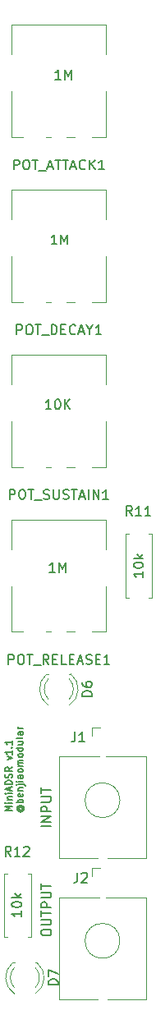
<source format=gbr>
%TF.GenerationSoftware,KiCad,Pcbnew,5.1.9+dfsg1-1~bpo10+1*%
%TF.CreationDate,2022-01-20T02:51:13+08:00*%
%TF.ProjectId,MiniADSR 1.1 - Control Board,4d696e69-4144-4535-9220-312e31202d20,rev?*%
%TF.SameCoordinates,Original*%
%TF.FileFunction,Legend,Top*%
%TF.FilePolarity,Positive*%
%FSLAX46Y46*%
G04 Gerber Fmt 4.6, Leading zero omitted, Abs format (unit mm)*
G04 Created by KiCad (PCBNEW 5.1.9+dfsg1-1~bpo10+1) date 2022-01-20 02:51:13*
%MOMM*%
%LPD*%
G01*
G04 APERTURE LIST*
%ADD10C,0.150000*%
%ADD11C,0.120000*%
G04 APERTURE END LIST*
D10*
X97453333Y-134703333D02*
X97420000Y-134736666D01*
X97386666Y-134803333D01*
X97386666Y-134870000D01*
X97420000Y-134936666D01*
X97453333Y-134970000D01*
X97520000Y-135003333D01*
X97586666Y-135003333D01*
X97653333Y-134970000D01*
X97686666Y-134936666D01*
X97720000Y-134870000D01*
X97720000Y-134803333D01*
X97686666Y-134736666D01*
X97653333Y-134703333D01*
X97386666Y-134703333D02*
X97653333Y-134703333D01*
X97686666Y-134670000D01*
X97686666Y-134636666D01*
X97653333Y-134570000D01*
X97586666Y-134536666D01*
X97420000Y-134536666D01*
X97320000Y-134603333D01*
X97253333Y-134703333D01*
X97220000Y-134836666D01*
X97253333Y-134970000D01*
X97320000Y-135070000D01*
X97420000Y-135136666D01*
X97553333Y-135170000D01*
X97686666Y-135136666D01*
X97786666Y-135070000D01*
X97853333Y-134970000D01*
X97886666Y-134836666D01*
X97853333Y-134703333D01*
X97786666Y-134603333D01*
X97786666Y-134236666D02*
X97086666Y-134236666D01*
X97353333Y-134236666D02*
X97320000Y-134170000D01*
X97320000Y-134036666D01*
X97353333Y-133970000D01*
X97386666Y-133936666D01*
X97453333Y-133903333D01*
X97653333Y-133903333D01*
X97720000Y-133936666D01*
X97753333Y-133970000D01*
X97786666Y-134036666D01*
X97786666Y-134170000D01*
X97753333Y-134236666D01*
X97753333Y-133336666D02*
X97786666Y-133403333D01*
X97786666Y-133536666D01*
X97753333Y-133603333D01*
X97686666Y-133636666D01*
X97420000Y-133636666D01*
X97353333Y-133603333D01*
X97320000Y-133536666D01*
X97320000Y-133403333D01*
X97353333Y-133336666D01*
X97420000Y-133303333D01*
X97486666Y-133303333D01*
X97553333Y-133636666D01*
X97320000Y-133003333D02*
X97786666Y-133003333D01*
X97386666Y-133003333D02*
X97353333Y-132970000D01*
X97320000Y-132903333D01*
X97320000Y-132803333D01*
X97353333Y-132736666D01*
X97420000Y-132703333D01*
X97786666Y-132703333D01*
X97320000Y-132370000D02*
X97920000Y-132370000D01*
X97986666Y-132403333D01*
X98020000Y-132470000D01*
X98020000Y-132503333D01*
X97086666Y-132370000D02*
X97120000Y-132403333D01*
X97153333Y-132370000D01*
X97120000Y-132336666D01*
X97086666Y-132370000D01*
X97153333Y-132370000D01*
X97786666Y-132036666D02*
X97320000Y-132036666D01*
X97086666Y-132036666D02*
X97120000Y-132070000D01*
X97153333Y-132036666D01*
X97120000Y-132003333D01*
X97086666Y-132036666D01*
X97153333Y-132036666D01*
X97786666Y-131403333D02*
X97420000Y-131403333D01*
X97353333Y-131436666D01*
X97320000Y-131503333D01*
X97320000Y-131636666D01*
X97353333Y-131703333D01*
X97753333Y-131403333D02*
X97786666Y-131470000D01*
X97786666Y-131636666D01*
X97753333Y-131703333D01*
X97686666Y-131736666D01*
X97620000Y-131736666D01*
X97553333Y-131703333D01*
X97520000Y-131636666D01*
X97520000Y-131470000D01*
X97486666Y-131403333D01*
X97786666Y-130970000D02*
X97753333Y-131036666D01*
X97720000Y-131070000D01*
X97653333Y-131103333D01*
X97453333Y-131103333D01*
X97386666Y-131070000D01*
X97353333Y-131036666D01*
X97320000Y-130970000D01*
X97320000Y-130870000D01*
X97353333Y-130803333D01*
X97386666Y-130770000D01*
X97453333Y-130736666D01*
X97653333Y-130736666D01*
X97720000Y-130770000D01*
X97753333Y-130803333D01*
X97786666Y-130870000D01*
X97786666Y-130970000D01*
X97786666Y-130436666D02*
X97320000Y-130436666D01*
X97386666Y-130436666D02*
X97353333Y-130403333D01*
X97320000Y-130336666D01*
X97320000Y-130236666D01*
X97353333Y-130170000D01*
X97420000Y-130136666D01*
X97786666Y-130136666D01*
X97420000Y-130136666D02*
X97353333Y-130103333D01*
X97320000Y-130036666D01*
X97320000Y-129936666D01*
X97353333Y-129870000D01*
X97420000Y-129836666D01*
X97786666Y-129836666D01*
X97786666Y-129403333D02*
X97753333Y-129470000D01*
X97720000Y-129503333D01*
X97653333Y-129536666D01*
X97453333Y-129536666D01*
X97386666Y-129503333D01*
X97353333Y-129470000D01*
X97320000Y-129403333D01*
X97320000Y-129303333D01*
X97353333Y-129236666D01*
X97386666Y-129203333D01*
X97453333Y-129170000D01*
X97653333Y-129170000D01*
X97720000Y-129203333D01*
X97753333Y-129236666D01*
X97786666Y-129303333D01*
X97786666Y-129403333D01*
X97786666Y-128570000D02*
X97086666Y-128570000D01*
X97753333Y-128570000D02*
X97786666Y-128636666D01*
X97786666Y-128770000D01*
X97753333Y-128836666D01*
X97720000Y-128870000D01*
X97653333Y-128903333D01*
X97453333Y-128903333D01*
X97386666Y-128870000D01*
X97353333Y-128836666D01*
X97320000Y-128770000D01*
X97320000Y-128636666D01*
X97353333Y-128570000D01*
X97320000Y-127936666D02*
X97786666Y-127936666D01*
X97320000Y-128236666D02*
X97686666Y-128236666D01*
X97753333Y-128203333D01*
X97786666Y-128136666D01*
X97786666Y-128036666D01*
X97753333Y-127970000D01*
X97720000Y-127936666D01*
X97786666Y-127503333D02*
X97753333Y-127570000D01*
X97686666Y-127603333D01*
X97086666Y-127603333D01*
X97786666Y-126936666D02*
X97420000Y-126936666D01*
X97353333Y-126970000D01*
X97320000Y-127036666D01*
X97320000Y-127170000D01*
X97353333Y-127236666D01*
X97753333Y-126936666D02*
X97786666Y-127003333D01*
X97786666Y-127170000D01*
X97753333Y-127236666D01*
X97686666Y-127270000D01*
X97620000Y-127270000D01*
X97553333Y-127236666D01*
X97520000Y-127170000D01*
X97520000Y-127003333D01*
X97486666Y-126936666D01*
X97786666Y-126603333D02*
X97320000Y-126603333D01*
X97453333Y-126603333D02*
X97386666Y-126570000D01*
X97353333Y-126536666D01*
X97320000Y-126470000D01*
X97320000Y-126403333D01*
X96676666Y-135043333D02*
X95976666Y-135043333D01*
X96476666Y-134810000D01*
X95976666Y-134576666D01*
X96676666Y-134576666D01*
X96676666Y-134243333D02*
X96210000Y-134243333D01*
X95976666Y-134243333D02*
X96010000Y-134276666D01*
X96043333Y-134243333D01*
X96010000Y-134210000D01*
X95976666Y-134243333D01*
X96043333Y-134243333D01*
X96210000Y-133910000D02*
X96676666Y-133910000D01*
X96276666Y-133910000D02*
X96243333Y-133876666D01*
X96210000Y-133810000D01*
X96210000Y-133710000D01*
X96243333Y-133643333D01*
X96310000Y-133610000D01*
X96676666Y-133610000D01*
X96676666Y-133276666D02*
X96210000Y-133276666D01*
X95976666Y-133276666D02*
X96010000Y-133310000D01*
X96043333Y-133276666D01*
X96010000Y-133243333D01*
X95976666Y-133276666D01*
X96043333Y-133276666D01*
X96476666Y-132976666D02*
X96476666Y-132643333D01*
X96676666Y-133043333D02*
X95976666Y-132810000D01*
X96676666Y-132576666D01*
X96676666Y-132343333D02*
X95976666Y-132343333D01*
X95976666Y-132176666D01*
X96010000Y-132076666D01*
X96076666Y-132010000D01*
X96143333Y-131976666D01*
X96276666Y-131943333D01*
X96376666Y-131943333D01*
X96510000Y-131976666D01*
X96576666Y-132010000D01*
X96643333Y-132076666D01*
X96676666Y-132176666D01*
X96676666Y-132343333D01*
X96643333Y-131676666D02*
X96676666Y-131576666D01*
X96676666Y-131410000D01*
X96643333Y-131343333D01*
X96610000Y-131310000D01*
X96543333Y-131276666D01*
X96476666Y-131276666D01*
X96410000Y-131310000D01*
X96376666Y-131343333D01*
X96343333Y-131410000D01*
X96310000Y-131543333D01*
X96276666Y-131610000D01*
X96243333Y-131643333D01*
X96176666Y-131676666D01*
X96110000Y-131676666D01*
X96043333Y-131643333D01*
X96010000Y-131610000D01*
X95976666Y-131543333D01*
X95976666Y-131376666D01*
X96010000Y-131276666D01*
X96676666Y-130576666D02*
X96343333Y-130810000D01*
X96676666Y-130976666D02*
X95976666Y-130976666D01*
X95976666Y-130710000D01*
X96010000Y-130643333D01*
X96043333Y-130610000D01*
X96110000Y-130576666D01*
X96210000Y-130576666D01*
X96276666Y-130610000D01*
X96310000Y-130643333D01*
X96343333Y-130710000D01*
X96343333Y-130976666D01*
X96210000Y-129810000D02*
X96676666Y-129643333D01*
X96210000Y-129476666D01*
X96676666Y-128843333D02*
X96676666Y-129243333D01*
X96676666Y-129043333D02*
X95976666Y-129043333D01*
X96076666Y-129110000D01*
X96143333Y-129176666D01*
X96176666Y-129243333D01*
X96610000Y-128543333D02*
X96643333Y-128510000D01*
X96676666Y-128543333D01*
X96643333Y-128576666D01*
X96610000Y-128543333D01*
X96676666Y-128543333D01*
X96676666Y-127843333D02*
X96676666Y-128243333D01*
X96676666Y-128043333D02*
X95976666Y-128043333D01*
X96076666Y-128110000D01*
X96143333Y-128176666D01*
X96176666Y-128243333D01*
D11*
%TO.C,POT_RELEASE1*%
X106370000Y-116620000D02*
X106370000Y-111900000D01*
X106370000Y-116620000D02*
X104880000Y-116620000D01*
X103160000Y-116620000D02*
X102330000Y-116620000D01*
X97810000Y-116620000D02*
X96630000Y-116620000D01*
X106370000Y-105030000D02*
X96630000Y-105030000D01*
X106370000Y-108090000D02*
X106370000Y-105030000D01*
X96620000Y-116620000D02*
X96620000Y-111900000D01*
X96630000Y-108090000D02*
X96630000Y-105030000D01*
X100710000Y-116620000D02*
X100180000Y-116620000D01*
%TO.C,J1*%
X104940000Y-126500000D02*
X104940000Y-127300000D01*
X110500000Y-129480000D02*
X110500000Y-139980000D01*
X110500000Y-129480000D02*
X106350000Y-129480000D01*
X105650000Y-129480000D02*
X101500000Y-129480000D01*
X107800000Y-133980000D02*
G75*
G03*
X107800000Y-133980000I-1800000J0D01*
G01*
X101500000Y-129480000D02*
X101500000Y-139980000D01*
X110500000Y-139980000D02*
X106500000Y-139980000D01*
X105500000Y-139980000D02*
X101500000Y-139980000D01*
X104940000Y-126500000D02*
X105800000Y-126500000D01*
%TO.C,R12*%
X95880000Y-148080000D02*
X96210000Y-148080000D01*
X95880000Y-141540000D02*
X95880000Y-148080000D01*
X96210000Y-141540000D02*
X95880000Y-141540000D01*
X98620000Y-148080000D02*
X98290000Y-148080000D01*
X98620000Y-141540000D02*
X98620000Y-148080000D01*
X98290000Y-141540000D02*
X98620000Y-141540000D01*
%TO.C,R11*%
X110790000Y-106540000D02*
X111120000Y-106540000D01*
X111120000Y-106540000D02*
X111120000Y-113080000D01*
X111120000Y-113080000D02*
X110790000Y-113080000D01*
X108710000Y-106540000D02*
X108380000Y-106540000D01*
X108380000Y-106540000D02*
X108380000Y-113080000D01*
X108380000Y-113080000D02*
X108710000Y-113080000D01*
%TO.C,POT_ATTACK1*%
X100710000Y-65620000D02*
X100180000Y-65620000D01*
X96630000Y-57090000D02*
X96630000Y-54030000D01*
X96620000Y-65620000D02*
X96620000Y-60900000D01*
X106370000Y-57090000D02*
X106370000Y-54030000D01*
X106370000Y-54030000D02*
X96630000Y-54030000D01*
X97810000Y-65620000D02*
X96630000Y-65620000D01*
X103160000Y-65620000D02*
X102330000Y-65620000D01*
X106370000Y-65620000D02*
X104880000Y-65620000D01*
X106370000Y-65620000D02*
X106370000Y-60900000D01*
%TO.C,POT_DECAY1*%
X100710000Y-82620000D02*
X100180000Y-82620000D01*
X96630000Y-74090000D02*
X96630000Y-71030000D01*
X96620000Y-82620000D02*
X96620000Y-77900000D01*
X106370000Y-74090000D02*
X106370000Y-71030000D01*
X106370000Y-71030000D02*
X96630000Y-71030000D01*
X97810000Y-82620000D02*
X96630000Y-82620000D01*
X103160000Y-82620000D02*
X102330000Y-82620000D01*
X106370000Y-82620000D02*
X104880000Y-82620000D01*
X106370000Y-82620000D02*
X106370000Y-77900000D01*
%TO.C,POT_SUSTAIN1*%
X106370000Y-99620000D02*
X106370000Y-94900000D01*
X106370000Y-99620000D02*
X104880000Y-99620000D01*
X103160000Y-99620000D02*
X102330000Y-99620000D01*
X97810000Y-99620000D02*
X96630000Y-99620000D01*
X106370000Y-88030000D02*
X96630000Y-88030000D01*
X106370000Y-91090000D02*
X106370000Y-88030000D01*
X96620000Y-99620000D02*
X96620000Y-94900000D01*
X96630000Y-91090000D02*
X96630000Y-88030000D01*
X100710000Y-99620000D02*
X100180000Y-99620000D01*
%TO.C,D6*%
X102736000Y-120960000D02*
X102580000Y-120960000D01*
X100420000Y-120960000D02*
X100264000Y-120960000D01*
X100420163Y-123561130D02*
G75*
G02*
X100420000Y-121479039I1079837J1041130D01*
G01*
X102579837Y-123561130D02*
G75*
G03*
X102580000Y-121479039I-1079837J1041130D01*
G01*
X100421392Y-124192335D02*
G75*
G02*
X100264484Y-120960000I1078608J1672335D01*
G01*
X102578608Y-124192335D02*
G75*
G03*
X102735516Y-120960000I-1078608J1672335D01*
G01*
%TO.C,D7*%
X96920000Y-150710000D02*
X96764000Y-150710000D01*
X99236000Y-150710000D02*
X99080000Y-150710000D01*
X99078608Y-153942335D02*
G75*
G03*
X99235516Y-150710000I-1078608J1672335D01*
G01*
X96921392Y-153942335D02*
G75*
G02*
X96764484Y-150710000I1078608J1672335D01*
G01*
X99079837Y-153311130D02*
G75*
G03*
X99080000Y-151229039I-1079837J1041130D01*
G01*
X96920163Y-153311130D02*
G75*
G02*
X96920000Y-151229039I1079837J1041130D01*
G01*
%TO.C,J2*%
X104940000Y-141000000D02*
X104940000Y-141800000D01*
X110500000Y-143980000D02*
X110500000Y-154480000D01*
X110500000Y-143980000D02*
X106350000Y-143980000D01*
X105650000Y-143980000D02*
X101500000Y-143980000D01*
X107800000Y-148480000D02*
G75*
G03*
X107800000Y-148480000I-1800000J0D01*
G01*
X101500000Y-143980000D02*
X101500000Y-154480000D01*
X110500000Y-154480000D02*
X106500000Y-154480000D01*
X105500000Y-154480000D02*
X101500000Y-154480000D01*
X104940000Y-141000000D02*
X105800000Y-141000000D01*
%TO.C,POT_RELEASE1*%
D10*
X96309523Y-119952380D02*
X96309523Y-118952380D01*
X96690476Y-118952380D01*
X96785714Y-119000000D01*
X96833333Y-119047619D01*
X96880952Y-119142857D01*
X96880952Y-119285714D01*
X96833333Y-119380952D01*
X96785714Y-119428571D01*
X96690476Y-119476190D01*
X96309523Y-119476190D01*
X97500000Y-118952380D02*
X97690476Y-118952380D01*
X97785714Y-119000000D01*
X97880952Y-119095238D01*
X97928571Y-119285714D01*
X97928571Y-119619047D01*
X97880952Y-119809523D01*
X97785714Y-119904761D01*
X97690476Y-119952380D01*
X97500000Y-119952380D01*
X97404761Y-119904761D01*
X97309523Y-119809523D01*
X97261904Y-119619047D01*
X97261904Y-119285714D01*
X97309523Y-119095238D01*
X97404761Y-119000000D01*
X97500000Y-118952380D01*
X98214285Y-118952380D02*
X98785714Y-118952380D01*
X98500000Y-119952380D02*
X98500000Y-118952380D01*
X98880952Y-120047619D02*
X99642857Y-120047619D01*
X100452380Y-119952380D02*
X100119047Y-119476190D01*
X99880952Y-119952380D02*
X99880952Y-118952380D01*
X100261904Y-118952380D01*
X100357142Y-119000000D01*
X100404761Y-119047619D01*
X100452380Y-119142857D01*
X100452380Y-119285714D01*
X100404761Y-119380952D01*
X100357142Y-119428571D01*
X100261904Y-119476190D01*
X99880952Y-119476190D01*
X100880952Y-119428571D02*
X101214285Y-119428571D01*
X101357142Y-119952380D02*
X100880952Y-119952380D01*
X100880952Y-118952380D01*
X101357142Y-118952380D01*
X102261904Y-119952380D02*
X101785714Y-119952380D01*
X101785714Y-118952380D01*
X102595238Y-119428571D02*
X102928571Y-119428571D01*
X103071428Y-119952380D02*
X102595238Y-119952380D01*
X102595238Y-118952380D01*
X103071428Y-118952380D01*
X103452380Y-119666666D02*
X103928571Y-119666666D01*
X103357142Y-119952380D02*
X103690476Y-118952380D01*
X104023809Y-119952380D01*
X104309523Y-119904761D02*
X104452380Y-119952380D01*
X104690476Y-119952380D01*
X104785714Y-119904761D01*
X104833333Y-119857142D01*
X104880952Y-119761904D01*
X104880952Y-119666666D01*
X104833333Y-119571428D01*
X104785714Y-119523809D01*
X104690476Y-119476190D01*
X104500000Y-119428571D01*
X104404761Y-119380952D01*
X104357142Y-119333333D01*
X104309523Y-119238095D01*
X104309523Y-119142857D01*
X104357142Y-119047619D01*
X104404761Y-119000000D01*
X104500000Y-118952380D01*
X104738095Y-118952380D01*
X104880952Y-119000000D01*
X105309523Y-119428571D02*
X105642857Y-119428571D01*
X105785714Y-119952380D02*
X105309523Y-119952380D01*
X105309523Y-118952380D01*
X105785714Y-118952380D01*
X106738095Y-119952380D02*
X106166666Y-119952380D01*
X106452380Y-119952380D02*
X106452380Y-118952380D01*
X106357142Y-119095238D01*
X106261904Y-119190476D01*
X106166666Y-119238095D01*
X101114285Y-110452380D02*
X100542857Y-110452380D01*
X100828571Y-110452380D02*
X100828571Y-109452380D01*
X100733333Y-109595238D01*
X100638095Y-109690476D01*
X100542857Y-109738095D01*
X101542857Y-110452380D02*
X101542857Y-109452380D01*
X101876190Y-110166666D01*
X102209523Y-109452380D01*
X102209523Y-110452380D01*
%TO.C,J1*%
X103166666Y-126952380D02*
X103166666Y-127666666D01*
X103119047Y-127809523D01*
X103023809Y-127904761D01*
X102880952Y-127952380D01*
X102785714Y-127952380D01*
X104166666Y-127952380D02*
X103595238Y-127952380D01*
X103880952Y-127952380D02*
X103880952Y-126952380D01*
X103785714Y-127095238D01*
X103690476Y-127190476D01*
X103595238Y-127238095D01*
X100702380Y-136678571D02*
X99702380Y-136678571D01*
X100702380Y-136202380D02*
X99702380Y-136202380D01*
X100702380Y-135630952D01*
X99702380Y-135630952D01*
X100702380Y-135154761D02*
X99702380Y-135154761D01*
X99702380Y-134773809D01*
X99750000Y-134678571D01*
X99797619Y-134630952D01*
X99892857Y-134583333D01*
X100035714Y-134583333D01*
X100130952Y-134630952D01*
X100178571Y-134678571D01*
X100226190Y-134773809D01*
X100226190Y-135154761D01*
X99702380Y-134154761D02*
X100511904Y-134154761D01*
X100607142Y-134107142D01*
X100654761Y-134059523D01*
X100702380Y-133964285D01*
X100702380Y-133773809D01*
X100654761Y-133678571D01*
X100607142Y-133630952D01*
X100511904Y-133583333D01*
X99702380Y-133583333D01*
X99702380Y-133250000D02*
X99702380Y-132678571D01*
X100702380Y-132964285D02*
X99702380Y-132964285D01*
%TO.C,R12*%
X96557142Y-139752380D02*
X96223809Y-139276190D01*
X95985714Y-139752380D02*
X95985714Y-138752380D01*
X96366666Y-138752380D01*
X96461904Y-138800000D01*
X96509523Y-138847619D01*
X96557142Y-138942857D01*
X96557142Y-139085714D01*
X96509523Y-139180952D01*
X96461904Y-139228571D01*
X96366666Y-139276190D01*
X95985714Y-139276190D01*
X97509523Y-139752380D02*
X96938095Y-139752380D01*
X97223809Y-139752380D02*
X97223809Y-138752380D01*
X97128571Y-138895238D01*
X97033333Y-138990476D01*
X96938095Y-139038095D01*
X97890476Y-138847619D02*
X97938095Y-138800000D01*
X98033333Y-138752380D01*
X98271428Y-138752380D01*
X98366666Y-138800000D01*
X98414285Y-138847619D01*
X98461904Y-138942857D01*
X98461904Y-139038095D01*
X98414285Y-139180952D01*
X97842857Y-139752380D01*
X98461904Y-139752380D01*
X97652380Y-145395238D02*
X97652380Y-145966666D01*
X97652380Y-145680952D02*
X96652380Y-145680952D01*
X96795238Y-145776190D01*
X96890476Y-145871428D01*
X96938095Y-145966666D01*
X96652380Y-144776190D02*
X96652380Y-144680952D01*
X96700000Y-144585714D01*
X96747619Y-144538095D01*
X96842857Y-144490476D01*
X97033333Y-144442857D01*
X97271428Y-144442857D01*
X97461904Y-144490476D01*
X97557142Y-144538095D01*
X97604761Y-144585714D01*
X97652380Y-144680952D01*
X97652380Y-144776190D01*
X97604761Y-144871428D01*
X97557142Y-144919047D01*
X97461904Y-144966666D01*
X97271428Y-145014285D01*
X97033333Y-145014285D01*
X96842857Y-144966666D01*
X96747619Y-144919047D01*
X96700000Y-144871428D01*
X96652380Y-144776190D01*
X97652380Y-144014285D02*
X96652380Y-144014285D01*
X97271428Y-143919047D02*
X97652380Y-143633333D01*
X96985714Y-143633333D02*
X97366666Y-144014285D01*
%TO.C,R11*%
X109057142Y-104652380D02*
X108723809Y-104176190D01*
X108485714Y-104652380D02*
X108485714Y-103652380D01*
X108866666Y-103652380D01*
X108961904Y-103700000D01*
X109009523Y-103747619D01*
X109057142Y-103842857D01*
X109057142Y-103985714D01*
X109009523Y-104080952D01*
X108961904Y-104128571D01*
X108866666Y-104176190D01*
X108485714Y-104176190D01*
X110009523Y-104652380D02*
X109438095Y-104652380D01*
X109723809Y-104652380D02*
X109723809Y-103652380D01*
X109628571Y-103795238D01*
X109533333Y-103890476D01*
X109438095Y-103938095D01*
X110961904Y-104652380D02*
X110390476Y-104652380D01*
X110676190Y-104652380D02*
X110676190Y-103652380D01*
X110580952Y-103795238D01*
X110485714Y-103890476D01*
X110390476Y-103938095D01*
X110202380Y-110405238D02*
X110202380Y-110976666D01*
X110202380Y-110690952D02*
X109202380Y-110690952D01*
X109345238Y-110786190D01*
X109440476Y-110881428D01*
X109488095Y-110976666D01*
X109202380Y-109786190D02*
X109202380Y-109690952D01*
X109250000Y-109595714D01*
X109297619Y-109548095D01*
X109392857Y-109500476D01*
X109583333Y-109452857D01*
X109821428Y-109452857D01*
X110011904Y-109500476D01*
X110107142Y-109548095D01*
X110154761Y-109595714D01*
X110202380Y-109690952D01*
X110202380Y-109786190D01*
X110154761Y-109881428D01*
X110107142Y-109929047D01*
X110011904Y-109976666D01*
X109821428Y-110024285D01*
X109583333Y-110024285D01*
X109392857Y-109976666D01*
X109297619Y-109929047D01*
X109250000Y-109881428D01*
X109202380Y-109786190D01*
X110202380Y-109024285D02*
X109202380Y-109024285D01*
X109821428Y-108929047D02*
X110202380Y-108643333D01*
X109535714Y-108643333D02*
X109916666Y-109024285D01*
%TO.C,POT_ATTACK1*%
X96857142Y-68952380D02*
X96857142Y-67952380D01*
X97238095Y-67952380D01*
X97333333Y-68000000D01*
X97380952Y-68047619D01*
X97428571Y-68142857D01*
X97428571Y-68285714D01*
X97380952Y-68380952D01*
X97333333Y-68428571D01*
X97238095Y-68476190D01*
X96857142Y-68476190D01*
X98047619Y-67952380D02*
X98238095Y-67952380D01*
X98333333Y-68000000D01*
X98428571Y-68095238D01*
X98476190Y-68285714D01*
X98476190Y-68619047D01*
X98428571Y-68809523D01*
X98333333Y-68904761D01*
X98238095Y-68952380D01*
X98047619Y-68952380D01*
X97952380Y-68904761D01*
X97857142Y-68809523D01*
X97809523Y-68619047D01*
X97809523Y-68285714D01*
X97857142Y-68095238D01*
X97952380Y-68000000D01*
X98047619Y-67952380D01*
X98761904Y-67952380D02*
X99333333Y-67952380D01*
X99047619Y-68952380D02*
X99047619Y-67952380D01*
X99428571Y-69047619D02*
X100190476Y-69047619D01*
X100380952Y-68666666D02*
X100857142Y-68666666D01*
X100285714Y-68952380D02*
X100619047Y-67952380D01*
X100952380Y-68952380D01*
X101142857Y-67952380D02*
X101714285Y-67952380D01*
X101428571Y-68952380D02*
X101428571Y-67952380D01*
X101904761Y-67952380D02*
X102476190Y-67952380D01*
X102190476Y-68952380D02*
X102190476Y-67952380D01*
X102761904Y-68666666D02*
X103238095Y-68666666D01*
X102666666Y-68952380D02*
X103000000Y-67952380D01*
X103333333Y-68952380D01*
X104238095Y-68857142D02*
X104190476Y-68904761D01*
X104047619Y-68952380D01*
X103952380Y-68952380D01*
X103809523Y-68904761D01*
X103714285Y-68809523D01*
X103666666Y-68714285D01*
X103619047Y-68523809D01*
X103619047Y-68380952D01*
X103666666Y-68190476D01*
X103714285Y-68095238D01*
X103809523Y-68000000D01*
X103952380Y-67952380D01*
X104047619Y-67952380D01*
X104190476Y-68000000D01*
X104238095Y-68047619D01*
X104666666Y-68952380D02*
X104666666Y-67952380D01*
X105238095Y-68952380D02*
X104809523Y-68380952D01*
X105238095Y-67952380D02*
X104666666Y-68523809D01*
X106190476Y-68952380D02*
X105619047Y-68952380D01*
X105904761Y-68952380D02*
X105904761Y-67952380D01*
X105809523Y-68095238D01*
X105714285Y-68190476D01*
X105619047Y-68238095D01*
X101714285Y-59652380D02*
X101142857Y-59652380D01*
X101428571Y-59652380D02*
X101428571Y-58652380D01*
X101333333Y-58795238D01*
X101238095Y-58890476D01*
X101142857Y-58938095D01*
X102142857Y-59652380D02*
X102142857Y-58652380D01*
X102476190Y-59366666D01*
X102809523Y-58652380D01*
X102809523Y-59652380D01*
%TO.C,POT_DECAY1*%
X97166666Y-85952380D02*
X97166666Y-84952380D01*
X97547619Y-84952380D01*
X97642857Y-85000000D01*
X97690476Y-85047619D01*
X97738095Y-85142857D01*
X97738095Y-85285714D01*
X97690476Y-85380952D01*
X97642857Y-85428571D01*
X97547619Y-85476190D01*
X97166666Y-85476190D01*
X98357142Y-84952380D02*
X98547619Y-84952380D01*
X98642857Y-85000000D01*
X98738095Y-85095238D01*
X98785714Y-85285714D01*
X98785714Y-85619047D01*
X98738095Y-85809523D01*
X98642857Y-85904761D01*
X98547619Y-85952380D01*
X98357142Y-85952380D01*
X98261904Y-85904761D01*
X98166666Y-85809523D01*
X98119047Y-85619047D01*
X98119047Y-85285714D01*
X98166666Y-85095238D01*
X98261904Y-85000000D01*
X98357142Y-84952380D01*
X99071428Y-84952380D02*
X99642857Y-84952380D01*
X99357142Y-85952380D02*
X99357142Y-84952380D01*
X99738095Y-86047619D02*
X100500000Y-86047619D01*
X100738095Y-85952380D02*
X100738095Y-84952380D01*
X100976190Y-84952380D01*
X101119047Y-85000000D01*
X101214285Y-85095238D01*
X101261904Y-85190476D01*
X101309523Y-85380952D01*
X101309523Y-85523809D01*
X101261904Y-85714285D01*
X101214285Y-85809523D01*
X101119047Y-85904761D01*
X100976190Y-85952380D01*
X100738095Y-85952380D01*
X101738095Y-85428571D02*
X102071428Y-85428571D01*
X102214285Y-85952380D02*
X101738095Y-85952380D01*
X101738095Y-84952380D01*
X102214285Y-84952380D01*
X103214285Y-85857142D02*
X103166666Y-85904761D01*
X103023809Y-85952380D01*
X102928571Y-85952380D01*
X102785714Y-85904761D01*
X102690476Y-85809523D01*
X102642857Y-85714285D01*
X102595238Y-85523809D01*
X102595238Y-85380952D01*
X102642857Y-85190476D01*
X102690476Y-85095238D01*
X102785714Y-85000000D01*
X102928571Y-84952380D01*
X103023809Y-84952380D01*
X103166666Y-85000000D01*
X103214285Y-85047619D01*
X103595238Y-85666666D02*
X104071428Y-85666666D01*
X103500000Y-85952380D02*
X103833333Y-84952380D01*
X104166666Y-85952380D01*
X104690476Y-85476190D02*
X104690476Y-85952380D01*
X104357142Y-84952380D02*
X104690476Y-85476190D01*
X105023809Y-84952380D01*
X105880952Y-85952380D02*
X105309523Y-85952380D01*
X105595238Y-85952380D02*
X105595238Y-84952380D01*
X105500000Y-85095238D01*
X105404761Y-85190476D01*
X105309523Y-85238095D01*
X101314285Y-76652380D02*
X100742857Y-76652380D01*
X101028571Y-76652380D02*
X101028571Y-75652380D01*
X100933333Y-75795238D01*
X100838095Y-75890476D01*
X100742857Y-75938095D01*
X101742857Y-76652380D02*
X101742857Y-75652380D01*
X102076190Y-76366666D01*
X102409523Y-75652380D01*
X102409523Y-76652380D01*
%TO.C,POT_SUSTAIN1*%
X96428571Y-102952380D02*
X96428571Y-101952380D01*
X96809523Y-101952380D01*
X96904761Y-102000000D01*
X96952380Y-102047619D01*
X97000000Y-102142857D01*
X97000000Y-102285714D01*
X96952380Y-102380952D01*
X96904761Y-102428571D01*
X96809523Y-102476190D01*
X96428571Y-102476190D01*
X97619047Y-101952380D02*
X97809523Y-101952380D01*
X97904761Y-102000000D01*
X98000000Y-102095238D01*
X98047619Y-102285714D01*
X98047619Y-102619047D01*
X98000000Y-102809523D01*
X97904761Y-102904761D01*
X97809523Y-102952380D01*
X97619047Y-102952380D01*
X97523809Y-102904761D01*
X97428571Y-102809523D01*
X97380952Y-102619047D01*
X97380952Y-102285714D01*
X97428571Y-102095238D01*
X97523809Y-102000000D01*
X97619047Y-101952380D01*
X98333333Y-101952380D02*
X98904761Y-101952380D01*
X98619047Y-102952380D02*
X98619047Y-101952380D01*
X99000000Y-103047619D02*
X99761904Y-103047619D01*
X99952380Y-102904761D02*
X100095238Y-102952380D01*
X100333333Y-102952380D01*
X100428571Y-102904761D01*
X100476190Y-102857142D01*
X100523809Y-102761904D01*
X100523809Y-102666666D01*
X100476190Y-102571428D01*
X100428571Y-102523809D01*
X100333333Y-102476190D01*
X100142857Y-102428571D01*
X100047619Y-102380952D01*
X100000000Y-102333333D01*
X99952380Y-102238095D01*
X99952380Y-102142857D01*
X100000000Y-102047619D01*
X100047619Y-102000000D01*
X100142857Y-101952380D01*
X100380952Y-101952380D01*
X100523809Y-102000000D01*
X100952380Y-101952380D02*
X100952380Y-102761904D01*
X101000000Y-102857142D01*
X101047619Y-102904761D01*
X101142857Y-102952380D01*
X101333333Y-102952380D01*
X101428571Y-102904761D01*
X101476190Y-102857142D01*
X101523809Y-102761904D01*
X101523809Y-101952380D01*
X101952380Y-102904761D02*
X102095238Y-102952380D01*
X102333333Y-102952380D01*
X102428571Y-102904761D01*
X102476190Y-102857142D01*
X102523809Y-102761904D01*
X102523809Y-102666666D01*
X102476190Y-102571428D01*
X102428571Y-102523809D01*
X102333333Y-102476190D01*
X102142857Y-102428571D01*
X102047619Y-102380952D01*
X102000000Y-102333333D01*
X101952380Y-102238095D01*
X101952380Y-102142857D01*
X102000000Y-102047619D01*
X102047619Y-102000000D01*
X102142857Y-101952380D01*
X102380952Y-101952380D01*
X102523809Y-102000000D01*
X102809523Y-101952380D02*
X103380952Y-101952380D01*
X103095238Y-102952380D02*
X103095238Y-101952380D01*
X103666666Y-102666666D02*
X104142857Y-102666666D01*
X103571428Y-102952380D02*
X103904761Y-101952380D01*
X104238095Y-102952380D01*
X104571428Y-102952380D02*
X104571428Y-101952380D01*
X105047619Y-102952380D02*
X105047619Y-101952380D01*
X105619047Y-102952380D01*
X105619047Y-101952380D01*
X106619047Y-102952380D02*
X106047619Y-102952380D01*
X106333333Y-102952380D02*
X106333333Y-101952380D01*
X106238095Y-102095238D01*
X106142857Y-102190476D01*
X106047619Y-102238095D01*
X100709523Y-93652380D02*
X100138095Y-93652380D01*
X100423809Y-93652380D02*
X100423809Y-92652380D01*
X100328571Y-92795238D01*
X100233333Y-92890476D01*
X100138095Y-92938095D01*
X101328571Y-92652380D02*
X101423809Y-92652380D01*
X101519047Y-92700000D01*
X101566666Y-92747619D01*
X101614285Y-92842857D01*
X101661904Y-93033333D01*
X101661904Y-93271428D01*
X101614285Y-93461904D01*
X101566666Y-93557142D01*
X101519047Y-93604761D01*
X101423809Y-93652380D01*
X101328571Y-93652380D01*
X101233333Y-93604761D01*
X101185714Y-93557142D01*
X101138095Y-93461904D01*
X101090476Y-93271428D01*
X101090476Y-93033333D01*
X101138095Y-92842857D01*
X101185714Y-92747619D01*
X101233333Y-92700000D01*
X101328571Y-92652380D01*
X102090476Y-93652380D02*
X102090476Y-92652380D01*
X102661904Y-93652380D02*
X102233333Y-93080952D01*
X102661904Y-92652380D02*
X102090476Y-93223809D01*
%TO.C,D6*%
X104912380Y-123258095D02*
X103912380Y-123258095D01*
X103912380Y-123020000D01*
X103960000Y-122877142D01*
X104055238Y-122781904D01*
X104150476Y-122734285D01*
X104340952Y-122686666D01*
X104483809Y-122686666D01*
X104674285Y-122734285D01*
X104769523Y-122781904D01*
X104864761Y-122877142D01*
X104912380Y-123020000D01*
X104912380Y-123258095D01*
X103912380Y-121829523D02*
X103912380Y-122020000D01*
X103960000Y-122115238D01*
X104007619Y-122162857D01*
X104150476Y-122258095D01*
X104340952Y-122305714D01*
X104721904Y-122305714D01*
X104817142Y-122258095D01*
X104864761Y-122210476D01*
X104912380Y-122115238D01*
X104912380Y-121924761D01*
X104864761Y-121829523D01*
X104817142Y-121781904D01*
X104721904Y-121734285D01*
X104483809Y-121734285D01*
X104388571Y-121781904D01*
X104340952Y-121829523D01*
X104293333Y-121924761D01*
X104293333Y-122115238D01*
X104340952Y-122210476D01*
X104388571Y-122258095D01*
X104483809Y-122305714D01*
%TO.C,D7*%
X101412380Y-153008095D02*
X100412380Y-153008095D01*
X100412380Y-152770000D01*
X100460000Y-152627142D01*
X100555238Y-152531904D01*
X100650476Y-152484285D01*
X100840952Y-152436666D01*
X100983809Y-152436666D01*
X101174285Y-152484285D01*
X101269523Y-152531904D01*
X101364761Y-152627142D01*
X101412380Y-152770000D01*
X101412380Y-153008095D01*
X100412380Y-152103333D02*
X100412380Y-151436666D01*
X101412380Y-151865238D01*
%TO.C,J2*%
X103416666Y-141452380D02*
X103416666Y-142166666D01*
X103369047Y-142309523D01*
X103273809Y-142404761D01*
X103130952Y-142452380D01*
X103035714Y-142452380D01*
X103845238Y-141547619D02*
X103892857Y-141500000D01*
X103988095Y-141452380D01*
X104226190Y-141452380D01*
X104321428Y-141500000D01*
X104369047Y-141547619D01*
X104416666Y-141642857D01*
X104416666Y-141738095D01*
X104369047Y-141880952D01*
X103797619Y-142452380D01*
X104416666Y-142452380D01*
X99702380Y-147704761D02*
X99702380Y-147514285D01*
X99750000Y-147419047D01*
X99845238Y-147323809D01*
X100035714Y-147276190D01*
X100369047Y-147276190D01*
X100559523Y-147323809D01*
X100654761Y-147419047D01*
X100702380Y-147514285D01*
X100702380Y-147704761D01*
X100654761Y-147800000D01*
X100559523Y-147895238D01*
X100369047Y-147942857D01*
X100035714Y-147942857D01*
X99845238Y-147895238D01*
X99750000Y-147800000D01*
X99702380Y-147704761D01*
X99702380Y-146847619D02*
X100511904Y-146847619D01*
X100607142Y-146800000D01*
X100654761Y-146752380D01*
X100702380Y-146657142D01*
X100702380Y-146466666D01*
X100654761Y-146371428D01*
X100607142Y-146323809D01*
X100511904Y-146276190D01*
X99702380Y-146276190D01*
X99702380Y-145942857D02*
X99702380Y-145371428D01*
X100702380Y-145657142D02*
X99702380Y-145657142D01*
X100702380Y-145038095D02*
X99702380Y-145038095D01*
X99702380Y-144657142D01*
X99750000Y-144561904D01*
X99797619Y-144514285D01*
X99892857Y-144466666D01*
X100035714Y-144466666D01*
X100130952Y-144514285D01*
X100178571Y-144561904D01*
X100226190Y-144657142D01*
X100226190Y-145038095D01*
X99702380Y-144038095D02*
X100511904Y-144038095D01*
X100607142Y-143990476D01*
X100654761Y-143942857D01*
X100702380Y-143847619D01*
X100702380Y-143657142D01*
X100654761Y-143561904D01*
X100607142Y-143514285D01*
X100511904Y-143466666D01*
X99702380Y-143466666D01*
X99702380Y-143133333D02*
X99702380Y-142561904D01*
X100702380Y-142847619D02*
X99702380Y-142847619D01*
%TD*%
M02*

</source>
